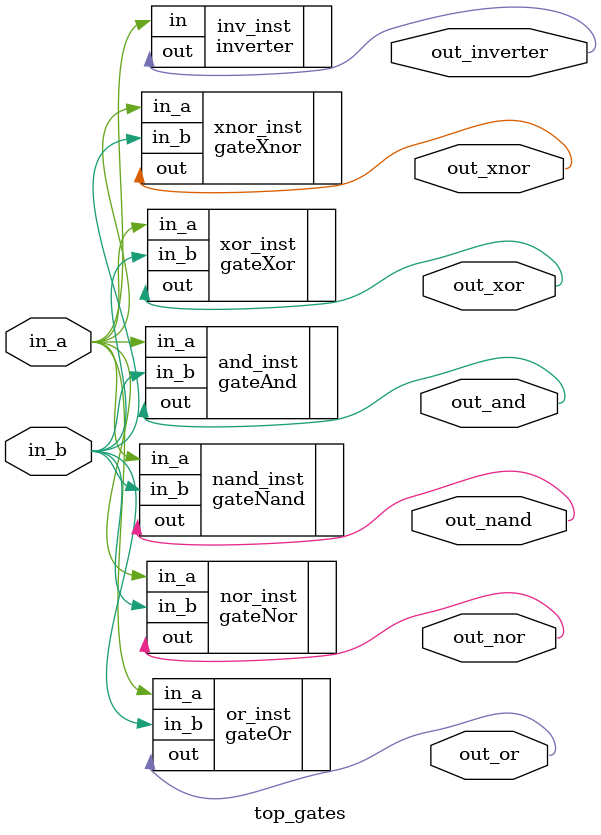
<source format=v>

module top_gates (
    input wire in_a,         // Logic input A
    input wire in_b,         // Logic input B

    output wire out_inverter, // Output of the inverter (NOT gate)
    output wire out_and,      // Output of the AND gate
    output wire out_or,       // Output of the OR gate
    output wire out_nand,     // Output of the NAND gate
    output wire out_nor,      // Output of the NOR gate
    output wire out_xor,      // Output of the XOR gate
    output wire out_xnor      // Output of the XNOR gate
);

// Instance of the inverter module
// Uses only input A to produce the inverted output
inverter inv_inst(
    .in(in_a),              // Input connected to in_a
    .out(out_inverter)      // Output connected to out_inverter
);

// Instance of the AND gate module
gateAnd and_inst (
    .in_a(in_a),            // Input A
    .in_b(in_b),            // Input B
    .out(out_and)           // AND output
);

// Instance of the OR gate module
gateOr or_inst (
    .in_a(in_a),
    .in_b(in_b),
    .out(out_or)
);

// Instance of the NAND gate module
gateNand nand_inst (
    .in_a(in_a),
    .in_b(in_b),
    .out(out_nand)
);

// Instance of the NOR gate module
gateNor nor_inst (
    .in_a(in_a),
    .in_b(in_b),
    .out(out_nor)
);

// Instance of the XOR gate module
gateXor xor_inst (
    .in_a(in_a),
    .in_b(in_b),
    .out(out_xor)
);

// Instance of the XNOR gate module
gateXnor xnor_inst (
    .in_a(in_a),
    .in_b(in_b),
    .out(out_xnor)
);

endmodule

</source>
